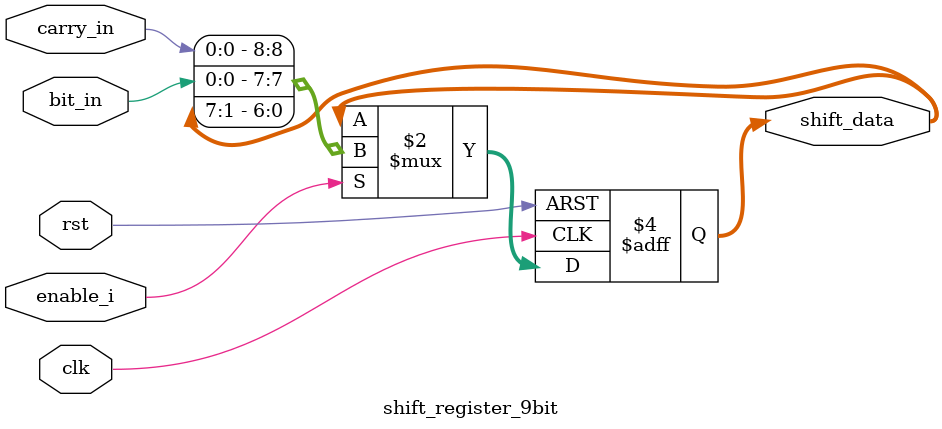
<source format=v>
`timescale 1ns / 1ps

module shift_register_9bit (
    input  wire clk,
    input  wire rst,
    input  wire enable_i,       // shift kontrol
    input  wire bit_in,         // seri toplam biti
    input  wire carry_in,       // en son carry biti
    output reg  [8:0] shift_data // paralel çıkış (9 bit result)
);

    always @(posedge clk or posedge rst) begin
        if (rst)
            shift_data <= 9'b0;
        else if (enable_i)
            shift_data <= {carry_in, bit_in, shift_data[7:1]}; 
            // MSB = carry_in, LSB = bit_in, diğer bitler kaydırılıyor
    end

endmodule

</source>
